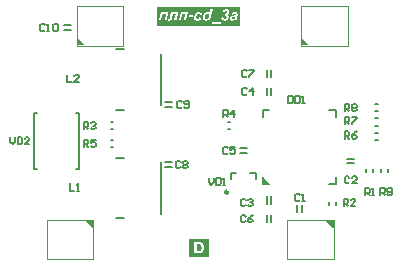
<source format=gto>
G04*
G04 #@! TF.GenerationSoftware,Altium Limited,Altium Designer,20.1.8 (145)*
G04*
G04 Layer_Color=16777215*
%FSTAX43Y43*%
%MOMM*%
G71*
G04*
G04 #@! TF.SameCoordinates,1A71404B-DE1A-40CA-A37D-A03955D0C46C*
G04*
G04*
G04 #@! TF.FilePolarity,Positive*
G04*
G01*
G75*
%ADD10C,0.250*%
%ADD11C,0.150*%
%ADD12C,0.200*%
%ADD13C,0.100*%
G36*
X0087633Y0094167D02*
Y0093496D01*
X0087604D01*
X0086932Y0094169D01*
X0087632D01*
X0087633Y0094167D01*
D02*
G37*
G36*
X0086912Y0108969D02*
X0086212D01*
X008621Y010897D01*
Y0109641D01*
X0086239D01*
X0086912Y0108969D01*
D02*
G37*
G36*
X0102508Y0097261D02*
X0101958D01*
Y0097811D01*
X0102508Y0097261D01*
D02*
G37*
G36*
X0107968Y0094167D02*
Y0093496D01*
X0107939D01*
X0107267Y0094169D01*
X0107967D01*
X0107968Y0094167D01*
D02*
G37*
G36*
X0105912Y0108969D02*
X0105212D01*
X010521Y010897D01*
Y0109641D01*
X0105239D01*
X0105912Y0108969D01*
D02*
G37*
G36*
X0097462Y0091069D02*
X0095712D01*
Y0092594D01*
X0097462D01*
Y0091069D01*
D02*
G37*
G36*
X0100053Y0110604D02*
X0093012D01*
Y0112234D01*
X0100053D01*
Y0110604D01*
D02*
G37*
%LPC*%
G36*
X0096568Y0092311D02*
X0096185D01*
Y0091351D01*
X0096549D01*
X0096586Y0091353D01*
X0096621Y0091354D01*
X009665Y0091357D01*
X0096673Y0091361D01*
X0096693Y0091365D01*
X0096708Y0091368D01*
X0096712Y0091369D01*
X0096716D01*
X0096718Y0091371D01*
X0096719D01*
X009675Y0091382D01*
X0096777Y0091394D01*
X00968Y0091407D01*
X0096819Y0091419D01*
X0096834Y0091431D01*
X0096845Y0091439D01*
X0096852Y0091444D01*
X0096855Y0091447D01*
X0096879Y0091474D01*
X00969Y0091501D01*
X0096918Y009153D01*
X0096931Y0091557D01*
X0096943Y0091582D01*
X0096948Y0091591D01*
X0096951Y00916D01*
X0096954Y0091608D01*
X0096956Y0091614D01*
X0096958Y0091616D01*
Y0091618D01*
X0096967Y0091651D01*
X0096976Y0091686D01*
X0096981Y0091719D01*
X0096984Y0091751D01*
X0096986Y0091766D01*
X0096987Y009178D01*
Y0091791D01*
X0096988Y0091802D01*
Y0091822D01*
X0096987Y009187D01*
X0096983Y0091913D01*
X0096981Y0091934D01*
X0096979Y0091952D01*
X0096976Y009197D01*
X0096973Y0091985D01*
X0096969Y0091999D01*
X0096966Y0092012D01*
X0096963Y0092023D01*
X0096962Y0092031D01*
X0096959Y0092038D01*
X0096958Y0092043D01*
X0096956Y0092046D01*
Y0092048D01*
X0096944Y0092081D01*
X0096929Y0092111D01*
X0096913Y0092138D01*
X0096898Y009216D01*
X0096886Y0092178D01*
X0096875Y0092192D01*
X0096868Y00922D01*
X0096866Y0092203D01*
X0096865D01*
X0096841Y0092225D01*
X0096818Y0092243D01*
X0096793Y0092258D01*
X0096771Y0092271D01*
X0096751Y0092281D01*
X0096734Y0092288D01*
X0096729Y0092289D01*
X0096725Y009229D01*
X0096722Y0092292D01*
X0096721D01*
X0096694Y0092299D01*
X0096665Y0092303D01*
X0096635Y0092307D01*
X0096606Y0092308D01*
X0096579Y009231D01*
X0096568Y0092311D01*
D02*
G37*
%LPD*%
G36*
X0096524Y0092147D02*
X009654D01*
X0096554Y0092146D01*
X0096567D01*
X0096579Y0092145D01*
X0096589D01*
X0096604Y0092142D01*
X0096615Y0092141D01*
X0096622Y0092139D01*
X0096624D01*
X0096643Y0092134D01*
X009666Y0092127D01*
X0096675Y009212D01*
X0096689Y0092111D01*
X0096698Y0092105D01*
X0096707Y0092099D01*
X0096711Y0092095D01*
X0096712Y0092093D01*
X0096725Y009208D01*
X0096736Y0092064D01*
X0096746Y0092049D01*
X0096754Y0092035D01*
X0096759Y0092021D01*
X0096764Y009201D01*
X0096766Y0092003D01*
X0096768Y0092002D01*
Y0092001D01*
X0096775Y0091976D01*
X009678Y0091949D01*
X0096783Y009192D01*
X0096786Y0091892D01*
X0096787Y0091869D01*
X0096789Y0091858D01*
Y0091848D01*
Y0091841D01*
Y0091835D01*
Y0091831D01*
Y009183D01*
X0096787Y0091791D01*
X0096786Y0091755D01*
X0096782Y0091726D01*
X0096779Y0091701D01*
X0096775Y009168D01*
X0096773Y0091672D01*
X0096771Y0091666D01*
X0096769Y0091661D01*
Y0091657D01*
X0096768Y0091655D01*
Y0091654D01*
X0096759Y0091632D01*
X0096753Y0091612D01*
X0096743Y0091597D01*
X0096736Y0091584D01*
X0096729Y0091575D01*
X0096723Y0091568D01*
X0096719Y0091564D01*
X0096718Y0091562D01*
X0096705Y0091553D01*
X0096693Y0091544D01*
X009668Y0091537D01*
X0096668Y0091532D01*
X0096657Y0091528D01*
X0096649Y0091525D01*
X0096643Y0091522D01*
X009664D01*
X0096625Y0091519D01*
X0096607Y0091518D01*
X0096587Y0091515D01*
X0096568D01*
X009655Y0091514D01*
X0096379D01*
Y0092149D01*
X0096506D01*
X0096524Y0092147D01*
D02*
G37*
%LPC*%
G36*
X0097733Y0112029D02*
X0097547D01*
X0097468Y0111668D01*
X0097454Y0111687D01*
X0097439Y0111705D01*
X0097422Y0111721D01*
X0097404Y0111733D01*
X0097388Y0111744D01*
X009737Y0111753D01*
X0097352Y0111761D01*
X0097335Y0111766D01*
X0097318Y0111771D01*
X0097303Y0111775D01*
X0097289Y0111777D01*
X0097278Y0111779D01*
X0097268D01*
X0097261Y011178D01*
X0097254D01*
X0097225Y0111779D01*
X0097199Y0111775D01*
X0097173Y0111768D01*
X0097149Y0111759D01*
X0097127Y0111748D01*
X0097106Y0111737D01*
X0097087Y0111725D01*
X009707Y0111712D01*
X0097055Y01117D01*
X0097041Y0111687D01*
X0097028Y0111676D01*
X009702Y0111665D01*
X0097012Y0111657D01*
X0097006Y011165D01*
X0097003Y0111646D01*
X0097002Y0111644D01*
X0096985Y0111619D01*
X009697Y0111593D01*
X0096958Y0111567D01*
X0096947Y011154D01*
X0096937Y0111514D01*
X009693Y0111489D01*
X0096923Y0111465D01*
X0096919Y0111443D01*
X0096915Y0111421D01*
X0096912Y0111402D01*
X0096909Y0111385D01*
X0096908Y011137D01*
X0096906Y0111359D01*
D01*
Y0111342D01*
X0096908Y0111316D01*
X0096909Y0111291D01*
X0096912Y0111269D01*
X0096917Y0111248D01*
X0096922Y0111228D01*
X0096927Y011121D01*
X0096934Y0111194D01*
X009694Y011118D01*
X0096947Y0111166D01*
X0096952Y0111155D01*
X0096958Y0111145D01*
X0096963Y0111138D01*
X0096967Y0111133D01*
X009697Y0111128D01*
X0096972Y0111126D01*
X0096973Y0111124D01*
X0096985Y0111112D01*
X0096999Y0111101D01*
X0097013Y011109D01*
X0097028Y0111081D01*
X0097058Y0111069D01*
X0097085Y011106D01*
X009711Y0111055D01*
X009712Y0111054D01*
X009713Y0111052D01*
X0097138Y0111051D01*
X0096906D01*
D01*
X0097541D01*
X0097148D01*
X009717Y0111052D01*
X0097192Y0111054D01*
X009721Y0111058D01*
X0097227Y0111062D01*
X0097241Y0111065D01*
X0097252Y0111069D01*
X0097257Y011107D01*
X009726Y0111072D01*
X0097279Y0111081D01*
X0097297Y0111091D01*
X0097314Y0111103D01*
X0097329Y0111115D01*
X0097342Y0111126D01*
X0097353Y0111134D01*
X0097358Y011114D01*
X0097361Y0111142D01*
X0097346Y0111069D01*
X0097522D01*
X0097733Y0112029D01*
D02*
G37*
G36*
X0096571Y011178D02*
X0096558D01*
X0096517Y0111777D01*
X0096478Y0111771D01*
X0096443Y0111762D01*
X0096413Y0111751D01*
X0096399Y0111746D01*
X0096386Y011174D01*
X0096377Y0111736D01*
X0096367Y0111732D01*
X009636Y0111728D01*
X0096354Y0111725D01*
X0096352Y0111723D01*
X009635Y0111722D01*
X0096317Y0111698D01*
X0096288Y0111672D01*
X0096264Y0111646D01*
X0096245Y0111621D01*
X0096228Y0111597D01*
X0096223Y0111587D01*
X0096217Y0111579D01*
X0096214Y0111572D01*
X0096212Y0111567D01*
X0096209Y0111564D01*
Y0111563D01*
X0096194Y0111524D01*
X0096181Y0111486D01*
X0096173Y011145D01*
X0096167Y0111417D01*
X0096166Y0111402D01*
X0096164Y0111389D01*
X0096163Y0111377D01*
Y0111367D01*
X0096162Y0111359D01*
D01*
D01*
Y0111051D01*
Y0111348D01*
X0096163Y0111323D01*
X0096164Y0111299D01*
X0096169Y0111275D01*
X0096174Y0111255D01*
X009618Y0111235D01*
X0096187Y0111217D01*
X0096194Y0111202D01*
X00962Y0111187D01*
X0096207Y0111174D01*
X0096214Y0111162D01*
X0096221Y0111152D01*
X0096227Y0111145D01*
X0096232Y0111138D01*
X0096237Y0111134D01*
X0096238Y0111131D01*
X0096239Y011113D01*
X0096255Y0111116D01*
X0096271Y0111103D01*
X0096288Y0111094D01*
X0096304Y0111084D01*
X0096322Y0111077D01*
X0096341Y011107D01*
X0096374Y011106D01*
X0096389Y0111058D01*
X0096404Y0111055D01*
X0096417Y0111054D01*
X0096428Y0111052D01*
X0096438Y0111051D01*
X0096162D01*
X009645D01*
X0096472Y0111052D01*
X0096493Y0111054D01*
X0096532Y011106D01*
X0096567Y011107D01*
X0096597Y0111083D01*
X009661Y0111088D01*
X0096621Y0111094D01*
X0096632Y0111099D01*
X009664Y0111103D01*
X0096647Y0111108D01*
X0096651Y011111D01*
X0096654Y0111113D01*
X0096655D01*
X0096687Y011114D01*
X0096714Y0111169D01*
X0096737Y0111199D01*
X0096757Y011123D01*
X009677Y0111256D01*
X0096776Y0111267D01*
X0096782Y0111278D01*
X0096786Y0111287D01*
X0096787Y0111292D01*
X009679Y0111296D01*
Y0111298D01*
X0096607Y0111328D01*
X0096597Y0111305D01*
X0096586Y0111285D01*
X0096575Y0111269D01*
X0096565Y0111255D01*
X0096555Y0111244D01*
X0096547Y0111237D01*
X0096542Y0111231D01*
X009654Y011123D01*
X0096525Y0111219D01*
X009651Y0111212D01*
X0096494Y0111206D01*
X0096482Y0111202D01*
X0096471Y0111199D01*
X0096463Y0111198D01*
X0096454D01*
X0096438Y0111199D01*
X0096424Y0111203D01*
X009641Y0111209D01*
X0096399Y0111214D01*
X009639Y011122D01*
X0096383Y0111226D01*
X0096379Y011123D01*
X0096378Y0111231D01*
X0096368Y0111245D01*
X0096361Y011126D01*
X0096356Y0111275D01*
X0096353Y0111291D01*
X009635Y0111305D01*
X0096349Y0111316D01*
Y0111323D01*
Y0111325D01*
X009635Y0111353D01*
X0096353Y0111379D01*
X0096357Y0111406D01*
X0096361Y0111429D01*
X0096365Y0111449D01*
X009637Y0111464D01*
X0096371Y011147D01*
X0096372Y0111474D01*
X0096374Y0111477D01*
Y0111478D01*
X0096383Y0111507D01*
X0096396Y0111532D01*
X0096407Y0111553D01*
X009642Y0111569D01*
X0096429Y0111583D01*
X0096438Y0111593D01*
X0096445Y0111599D01*
X0096446Y01116D01*
X0096464Y0111614D01*
X0096482Y0111624D01*
X0096499Y0111632D01*
X0096514Y0111636D01*
X0096528Y0111639D01*
X0096537Y0111642D01*
X0096547D01*
X0096564Y011164D01*
X0096579Y0111637D01*
X0096592Y0111632D01*
X0096603Y0111628D01*
X0096612Y0111622D01*
X0096618Y0111617D01*
X0096622Y0111614D01*
X0096623Y0111612D01*
X0096633Y0111601D01*
X0096641Y0111587D01*
X0096647Y0111574D01*
X0096653Y011156D01*
X0096655Y0111546D01*
X0096658Y0111536D01*
X0096659Y0111529D01*
Y0111526D01*
X0096838Y0111544D01*
X0096836Y0111564D01*
X0096831Y0111582D01*
X0096822Y0111615D01*
X0096808Y0111644D01*
X0096793Y0111669D01*
X0096779Y0111689D01*
X0096766Y0111704D01*
X0096762Y0111708D01*
X0096758Y0111712D01*
X0096757Y0111714D01*
X0096755Y0111715D01*
X0096741Y0111726D01*
X0096726Y0111737D01*
X0096693Y0111753D01*
X0096661Y0111765D01*
X0096629Y0111772D01*
X0096601Y0111777D01*
X0096589Y0111779D01*
X0096579D01*
X0096571Y011178D01*
D02*
G37*
G36*
X0096089Y0111506D02*
X0095725D01*
X0095689Y0111324D01*
D01*
X0096089D01*
D01*
X0096053D01*
X0096089Y0111506D01*
D02*
G37*
G36*
X0098887Y0112034D02*
X0098461D01*
X0098874D01*
X0098851Y0112033D01*
X0098828Y011203D01*
X0098806Y0112026D01*
X0098786Y011202D01*
X0098748Y0112006D01*
X0098733Y0111999D01*
X0098718Y0111991D01*
X0098704Y0111983D01*
X0098691Y0111976D01*
X0098682Y0111967D01*
X0098672Y0111962D01*
X0098666Y0111956D01*
X0098661Y0111952D01*
X0098658Y0111949D01*
X0098657Y0111948D01*
X0098636Y0111924D01*
X0098618Y0111898D01*
X0098602Y0111872D01*
X009859Y0111845D01*
X009858Y0111822D01*
X0098576Y0111812D01*
X0098572Y0111804D01*
X0098569Y0111796D01*
X0098568Y011179D01*
X0098566Y0111787D01*
Y0111786D01*
X0098738Y0111753D01*
X0098745Y0111777D01*
X0098754Y0111798D01*
X0098762Y0111816D01*
X009877Y011183D01*
X0098777Y011184D01*
X0098783Y0111848D01*
X0098787Y0111852D01*
X0098788Y0111854D01*
X0098801Y0111863D01*
X0098813Y0111872D01*
X0098826Y0111877D01*
X0098837Y011188D01*
X0098847Y0111883D01*
X0098853Y0111884D01*
X009886D01*
X0098876Y0111883D01*
X009889Y011188D01*
X0098901Y0111876D01*
X0098912Y011187D01*
X0098919Y0111865D01*
X0098926Y0111861D01*
X0098928Y0111858D01*
X009893Y0111857D01*
X0098939Y0111845D01*
X0098946Y0111833D01*
X0098951Y011182D01*
X0098955Y0111809D01*
X0098956Y0111798D01*
X0098957Y011179D01*
Y0111784D01*
Y0111782D01*
X0098956Y0111758D01*
X0098952Y0111737D01*
X0098945Y0111719D01*
X0098938Y0111704D01*
X009893Y0111691D01*
X0098924Y0111683D01*
X0098919Y0111678D01*
X0098917Y0111676D01*
X0098901Y0111664D01*
X0098883Y0111654D01*
X0098865Y0111648D01*
X0098847Y0111643D01*
X009883Y011164D01*
X0098816Y0111639D01*
X0098784D01*
X0098752Y0111483D01*
X0098763Y0111485D01*
X0098773Y0111486D01*
X0098781D01*
X0098802Y0111485D01*
X009882Y0111481D01*
X0098837Y0111475D01*
X0098849Y011147D01*
X009886Y0111463D01*
X0098867Y0111457D01*
X0098873Y0111453D01*
X0098874Y0111452D01*
X0098885Y0111438D01*
X0098894Y0111422D01*
X0098901Y0111407D01*
X0098905Y0111392D01*
X0098908Y0111378D01*
X0098909Y0111367D01*
Y011136D01*
Y0111359D01*
Y0111357D01*
X0098908Y0111334D01*
X0098902Y0111312D01*
X0098895Y0111292D01*
X0098888Y0111277D01*
X009888Y0111263D01*
X0098873Y0111255D01*
X0098867Y0111248D01*
X0098866Y0111246D01*
X0098849Y0111232D01*
X0098831Y0111221D01*
X0098813Y0111214D01*
X0098797Y0111209D01*
X0098781Y0111206D01*
X009877Y0111205D01*
X0098762Y0111203D01*
X0098759D01*
X0098743Y0111205D01*
X0098727Y0111207D01*
X0098713Y0111213D01*
X0098702Y0111219D01*
X0098694Y0111223D01*
X0098687Y0111228D01*
X0098683Y0111231D01*
X0098682Y0111232D01*
X0098672Y0111245D01*
X0098663Y0111262D01*
X0098657Y011128D01*
X0098651Y0111296D01*
X0098647Y0111313D01*
X0098644Y0111327D01*
X0098643Y0111332D01*
X0098641Y0111336D01*
Y0111338D01*
Y0111339D01*
X0098461Y0111317D01*
X0098465Y0111293D01*
X0098469Y0111273D01*
X0098476Y0111252D01*
X0098483Y0111232D01*
X009849Y0111214D01*
X0098498Y0111199D01*
X0098507Y0111184D01*
X0098515Y0111171D01*
X0098523Y0111159D01*
X009853Y0111149D01*
X0098537Y011114D01*
X0098544Y0111133D01*
X009855Y0111127D01*
X0098554Y0111123D01*
X0098555Y0111121D01*
X0098557Y011112D01*
X0098572Y0111108D01*
X0098589Y0111098D01*
X0098605Y0111088D01*
X0098622Y011108D01*
X0098655Y0111067D01*
X0098687Y0111059D01*
X0098701Y0111056D01*
X0098715Y0111055D01*
X0098727Y0111054D01*
X0098737Y0111052D01*
X0098747Y0111051D01*
X0098461D01*
D01*
X0099145D01*
D01*
X0098758D01*
X0098787Y0111052D01*
X0098816Y0111056D01*
X0098842Y0111062D01*
X0098867Y011107D01*
X0098891Y0111079D01*
X0098913Y011109D01*
X0098933Y0111101D01*
X0098951Y0111112D01*
X0098967Y0111123D01*
X0098981Y0111134D01*
X0098994Y0111145D01*
X0099005Y0111153D01*
X0099012Y0111162D01*
X0099019Y0111167D01*
X0099021Y0111171D01*
X0099023Y0111173D01*
X0099037Y0111189D01*
X0099048Y0111206D01*
X0099059Y0111224D01*
X0099067Y0111241D01*
X0099081Y0111274D01*
X0099089Y0111305D01*
X0099092Y0111317D01*
X0099095Y011133D01*
X0099096Y0111341D01*
X0099098Y011135D01*
X0099099Y0111359D01*
Y0111364D01*
Y0111367D01*
Y0111368D01*
X0099098Y0111389D01*
X0099095Y0111409D01*
X0099089Y0111427D01*
X0099085Y0111443D01*
X009908Y0111456D01*
X0099074Y0111467D01*
X0099071Y0111472D01*
X009907Y0111475D01*
X0099057Y0111493D01*
X0099043Y011151D01*
X0099028Y0111524D01*
X0099014Y0111536D01*
X0099Y0111546D01*
X0098989Y0111553D01*
X0098982Y0111557D01*
X0098981Y0111558D01*
X009898D01*
X0099007Y0111571D01*
X0099031Y0111583D01*
X0099052Y0111599D01*
X0099068Y0111614D01*
X0099082Y0111626D01*
X0099092Y0111637D01*
X0099099Y0111644D01*
X00991Y0111647D01*
X0099116Y0111671D01*
X0099127Y0111694D01*
X0099134Y0111716D01*
X0099139Y0111739D01*
X0099142Y0111757D01*
X0099145Y0111771D01*
Y0111783D01*
X0099143Y0111802D01*
X0099142Y011182D01*
X0099134Y0111854D01*
X0099123Y0111884D01*
X009911Y0111909D01*
X0099098Y011193D01*
X0099092Y0111938D01*
X0099086Y0111947D01*
X0099082Y0111952D01*
X0099078Y0111956D01*
X0099077Y0111958D01*
X0099075Y0111959D01*
X0099061Y0111973D01*
X0099046Y0111984D01*
X0099031Y0111994D01*
X0099014Y0112002D01*
X0098981Y0112016D01*
X0098949Y0112024D01*
X009892Y011203D01*
X0098908Y0112031D01*
X0098896Y0112033D01*
X0098887Y0112034D01*
D02*
G37*
G36*
X0095644Y0111765D02*
X0095012D01*
X0094866Y0111069D01*
D01*
X0095291D01*
X0095052D01*
X0095167Y0111618D01*
X0095425D01*
X0095311Y0111069D01*
X0095497D01*
X0095644Y0111765D01*
D02*
G37*
G36*
X0094829D02*
X0094234D01*
X0094152Y0111377D01*
X0094148Y0111359D01*
X0094144Y0111343D01*
X0094141Y0111328D01*
X0094137Y0111316D01*
X009413Y0111293D01*
X0094124Y0111275D01*
X0094119Y0111263D01*
X0094115Y0111255D01*
X0094113Y0111249D01*
X0094112Y0111248D01*
X0094104Y0111238D01*
X0094092Y011123D01*
X0094081Y0111224D01*
X009407Y0111221D01*
X0094061Y0111219D01*
X0094052Y0111217D01*
X0094044D01*
X009402Y0111219D01*
X0094009Y011122D01*
X0093998Y0111221D01*
X009399Y0111223D01*
X0093983Y0111224D01*
D01*
X0093977Y0111226D01*
X0093976D01*
X0093952Y0111098D01*
X0093947Y0111069D01*
X0093973Y0111063D01*
X0093995Y011106D01*
X0094016Y0111058D01*
X0094034Y0111055D01*
X0094048D01*
X0094058Y0111054D01*
X0093947D01*
D01*
X0094829D01*
D01*
X0094066D01*
X0094101Y0111055D01*
X0094131Y011106D01*
X0094158Y0111067D01*
X009418Y0111077D01*
X0094196Y0111085D01*
X0094209Y0111092D01*
X0094216Y0111098D01*
X0094219Y0111099D01*
X0094228Y0111109D01*
X0094238Y0111119D01*
X0094255Y0111142D01*
X0094267Y0111167D01*
X0094278Y0111192D01*
X0094287Y0111214D01*
X0094289Y0111224D01*
X0094292Y0111234D01*
X0094294Y0111241D01*
X0094295Y0111246D01*
X0094296Y0111249D01*
Y011125D01*
X0094374Y0111618D01*
X009461D01*
X0094496Y0111069D01*
X0094682D01*
X0094829Y0111765D01*
D02*
G37*
G36*
X009399D02*
X0093212D01*
X0093357D01*
X0093212Y0111069D01*
X0093498D01*
X0093398D01*
X0093513Y0111618D01*
X0093771D01*
X0093657Y0111069D01*
X0093843D01*
X009399Y0111765D01*
D02*
G37*
G36*
X0099602Y011178D02*
X009959D01*
X0099544Y0111777D01*
X0099503Y0111772D01*
X0099484Y0111768D01*
X0099468Y0111764D01*
X0099451Y0111759D01*
X0099437Y0111754D01*
X0099425Y0111748D01*
X0099414Y0111744D01*
X0099404Y011174D01*
X0099396Y0111736D01*
X009939Y0111733D01*
X0099386Y011173D01*
X0099383Y0111728D01*
X0099382D01*
X0099355Y0111707D01*
X0099332Y0111683D01*
X0099314Y0111658D01*
X0099299Y0111636D01*
X0099288Y0111615D01*
X0099279Y0111599D01*
X0099276Y0111592D01*
X0099275Y0111587D01*
X0099274Y0111585D01*
Y0111583D01*
X0099457Y0111568D01*
X0099461Y0111581D01*
X0099466Y0111592D01*
X0099473Y0111601D01*
X009948Y011161D01*
X0099486Y0111617D01*
X0099491Y0111621D01*
X0099494Y0111624D01*
X0099496Y0111625D01*
X0099508Y0111632D01*
X0099521Y0111637D01*
X0099534Y011164D01*
X0099547Y0111643D01*
X0099558Y0111644D01*
X0099568Y0111646D01*
X0099576D01*
X0099593Y0111644D01*
X0099608Y0111643D01*
X0099619Y0111639D01*
X009963Y0111636D01*
X0099638Y0111632D01*
X0099644Y0111628D01*
X0099647Y0111626D01*
X0099648Y0111625D01*
X0099656Y0111617D01*
X0099662Y0111608D01*
X0099668Y01116D01*
X009967Y0111592D01*
X0099672Y0111585D01*
X0099673Y0111581D01*
Y0111576D01*
Y0111575D01*
Y0111565D01*
X0099672Y0111556D01*
X0099668Y0111535D01*
X0099665Y0111526D01*
X0099662Y011152D01*
X0099661Y0111514D01*
Y0111513D01*
X0099651Y011151D01*
X009964Y0111507D01*
X0099627Y0111504D01*
X0099613Y0111502D01*
X0099584Y0111496D01*
X0099554Y0111493D01*
X0099526Y0111489D01*
X0099514Y0111488D01*
X0099504Y0111486D01*
X0099494D01*
X0099487Y0111485D01*
X0099482D01*
X0099453Y0111482D01*
X0099426Y0111478D01*
X0099403Y0111474D01*
X009938Y0111468D01*
X009936Y0111463D01*
X0099342Y0111457D01*
X0099325Y011145D01*
X0099311Y0111445D01*
X0099299Y0111438D01*
X0099288Y0111432D01*
X0099279Y0111427D01*
X0099272Y0111422D01*
X0099267Y0111418D01*
X0099263Y0111416D01*
X0099261Y0111414D01*
X009926Y0111413D01*
X0099249Y0111402D01*
X009924Y0111389D01*
X0099225Y0111363D01*
X0099214Y0111336D01*
X0099207Y011131D01*
X0099202Y0111288D01*
X00992Y0111278D01*
Y011127D01*
X0099199Y0111263D01*
Y0111253D01*
X0099202Y0111221D01*
X0099207Y0111192D01*
X0099217Y0111167D01*
X0099227Y0111146D01*
X0099236Y0111128D01*
X0099246Y0111116D01*
X0099251Y0111109D01*
X0099254Y0111106D01*
X0099276Y0111088D01*
X00993Y0111074D01*
X0099325Y0111065D01*
X0099347Y0111058D01*
X0099367Y0111054D01*
X0099383Y0111052D01*
X0099389Y0111051D01*
X0099199D01*
D01*
X0099853D01*
Y0111608D01*
X0099851Y0111622D01*
X0099844Y0111647D01*
X0099833Y0111669D01*
X0099821Y0111689D01*
X0099809Y0111705D01*
X0099798Y0111716D01*
X0099791Y0111723D01*
X009979Y0111726D01*
X0099788D01*
X0099776Y0111736D01*
X0099762Y0111744D01*
X009973Y0111758D01*
X0099698Y0111768D01*
X0099665Y0111773D01*
X0099636Y0111777D01*
X0099623Y0111779D01*
X0099612D01*
X0099602Y011178D01*
D02*
G37*
G36*
X00984Y0111069D02*
Y0110923D01*
X0097634D01*
Y0111051D01*
Y0110804D01*
X00984D01*
Y0111069D01*
D02*
G37*
%LPD*%
G36*
X0097299Y011164D02*
X0097317Y0111635D01*
X0097333Y0111626D01*
X0097347Y0111618D01*
X0097358Y011161D01*
X0097367Y0111601D01*
X0097372Y0111596D01*
X0097374Y0111594D01*
X0097388Y0111575D01*
X0097397Y0111556D01*
X0097406Y0111535D01*
X009741Y0111515D01*
X0097413Y0111499D01*
X0097415Y0111485D01*
Y0111479D01*
Y0111475D01*
Y0111474D01*
Y0111472D01*
X0097414Y0111447D01*
X0097411Y0111422D01*
X0097407Y0111399D01*
X0097403Y0111378D01*
X0097397Y011136D01*
X0097393Y0111346D01*
X0097392Y0111341D01*
X009739Y0111336D01*
X0097389Y0111335D01*
Y0111334D01*
X0097378Y0111309D01*
X0097367Y0111287D01*
X0097354Y0111269D01*
X0097343Y0111253D01*
X0097332Y0111242D01*
X0097324Y0111234D01*
X0097318Y0111228D01*
X0097317Y0111227D01*
X00973Y0111216D01*
X0097284Y0111207D01*
X0097267Y0111201D01*
X0097253Y0111196D01*
X0097239Y0111194D01*
X0097229Y0111192D01*
X0097221D01*
X0097202Y0111194D01*
X0097184Y0111199D01*
X0097167Y0111206D01*
X0097153Y0111213D01*
X0097142Y0111221D01*
X0097134Y0111227D01*
X0097128Y0111232D01*
X0097127Y0111234D01*
X0097114Y011125D01*
X0097105Y011127D01*
X0097099Y0111289D01*
X0097094Y0111307D01*
X0097091Y0111324D01*
X0097089Y0111338D01*
Y0111343D01*
Y0111348D01*
Y0111349D01*
Y011135D01*
X0097092Y0111389D01*
X0097098Y0111427D01*
X0097106Y011146D01*
X0097116Y0111489D01*
X0097121Y0111503D01*
X0097125Y0111514D01*
X009713Y0111524D01*
X0097134Y0111533D01*
X0097138Y0111539D01*
X0097139Y0111544D01*
X0097142Y0111547D01*
Y0111549D01*
X0097153Y0111565D01*
X0097163Y0111579D01*
X0097175Y0111592D01*
X0097186Y0111603D01*
X0097198Y0111611D01*
X0097209Y0111619D01*
X0097231Y011163D01*
X009725Y0111636D01*
X0097266Y011164D01*
X0097271Y0111642D01*
X0097279D01*
X0097299Y011164D01*
D02*
G37*
G36*
X009963Y0111367D02*
X0099625Y0111343D01*
X0099619Y0111323D01*
X0099613Y0111305D01*
X0099608Y0111291D01*
X0099604Y011128D01*
X00996Y0111273D01*
X0099598Y0111267D01*
X0099597Y0111266D01*
X009959Y0111253D01*
X009958Y0111244D01*
X009957Y0111234D01*
X0099562Y0111227D01*
X0099554Y011122D01*
X0099547Y0111216D01*
X0099541Y0111213D01*
X009954Y0111212D01*
X0099526Y0111205D01*
X0099512Y0111201D01*
X0099498Y0111196D01*
X0099486Y0111195D01*
X0099476Y0111194D01*
X0099468Y0111192D01*
X0099461D01*
X0099447Y0111194D01*
X0099435Y0111196D01*
X0099423Y0111199D01*
X0099415Y0111203D01*
X0099408Y0111207D01*
X0099403Y0111212D01*
X00994Y0111213D01*
X0099398Y0111214D01*
X009939Y0111223D01*
X0099385Y0111232D01*
X009938Y0111242D01*
X0099378Y011125D01*
X0099376Y0111259D01*
X0099375Y0111264D01*
Y0111269D01*
Y011127D01*
X0099376Y0111284D01*
X0099379Y0111296D01*
X0099385Y0111307D01*
X009939Y0111317D01*
X0099396Y0111324D01*
X0099401Y011133D01*
X0099404Y0111332D01*
X0099405Y0111334D01*
X0099415Y0111339D01*
X0099426Y0111345D01*
X0099439Y011135D01*
X0099453Y0111356D01*
X0099483Y0111364D01*
X0099514Y0111371D01*
X0099543Y0111377D01*
X0099555Y0111379D01*
X0099568Y0111381D01*
X0099576Y0111382D01*
X0099584D01*
X0099588Y0111384D01*
X009959D01*
X0099609Y0111386D01*
X0099623Y0111391D01*
X0099629Y0111392D01*
X0099633D01*
X0099634Y0111393D01*
X0099636D01*
X009963Y0111367D01*
D02*
G37*
G36*
X0099853Y0111051D02*
X0099397D01*
X0099418Y0111052D01*
X0099437Y0111055D01*
X0099455Y0111059D01*
X0099472Y0111063D01*
X0099486Y0111067D01*
X0099496Y0111072D01*
X0099503Y0111074D01*
X0099505Y0111076D01*
X0099525Y0111085D01*
X0099543Y0111098D01*
X0099559Y0111109D01*
X0099573Y011112D01*
X0099584Y0111131D01*
X0099594Y011114D01*
X00996Y0111145D01*
X0099601Y0111146D01*
X0099604Y0111117D01*
X0099607Y0111105D01*
X0099608Y0111092D01*
X0099611Y0111083D01*
X0099613Y0111076D01*
X0099615Y011107D01*
Y0111069D01*
X0099797D01*
X0099791Y0111088D01*
X0099788Y0111108D01*
X0099785Y0111124D01*
X0099783Y0111138D01*
Y0111151D01*
X0099781Y0111159D01*
Y0111166D01*
Y0111167D01*
Y0111177D01*
X0099783Y0111189D01*
X0099785Y0111216D01*
X009979Y0111244D01*
X0099795Y0111273D01*
X0099799Y0111299D01*
X0099802Y011131D01*
X0099803Y0111321D01*
X0099805Y011133D01*
X0099806Y0111335D01*
X0099808Y0111339D01*
Y0111341D01*
X0099813Y0111367D01*
X0099819Y0111392D01*
X0099824Y0111414D01*
X0099828Y0111434D01*
X0099831Y011145D01*
X0099834Y0111465D01*
X0099837Y0111479D01*
X009984Y011149D01*
X0099841Y01115D01*
X0099844Y0111507D01*
Y0111514D01*
X0099845Y0111518D01*
X0099846Y0111525D01*
Y0111526D01*
X0099851Y0111553D01*
X0099852Y0111564D01*
Y0111574D01*
X0099853Y0111582D01*
Y0111051D01*
D02*
G37*
D10*
X0099037Y0096519D02*
G03*
X0099037Y0096519I-0000125J0D01*
G01*
D11*
X0109112Y0099369D02*
X0109712D01*
X0109112Y0098969D02*
X0109712D01*
X0102312Y0106269D02*
Y0106869D01*
X0102712Y0106269D02*
Y0106869D01*
X0102312Y0104769D02*
Y0105369D01*
X0102712Y0104769D02*
Y0105369D01*
X0102312Y0093969D02*
Y0094569D01*
X0102712Y0093969D02*
Y0094569D01*
X0102312Y0095569D02*
Y0096169D01*
X0102712Y0095569D02*
Y0096169D01*
X0085112Y0110669D02*
X0085712D01*
X0085112Y0110269D02*
X0085712D01*
X0100912Y0098144D02*
X0101362D01*
Y0097644D02*
Y0098144D01*
X0099262D02*
X0099712D01*
X0099262Y0097644D02*
Y0098144D01*
X0100012Y0100269D02*
X0100612D01*
X0100012Y0099869D02*
X0100612D01*
X0105312Y0094869D02*
Y0095469D01*
X0104912Y0094869D02*
Y0095469D01*
X0101958Y0097261D02*
X0102508D01*
X0101958Y0102911D02*
Y0103461D01*
X0102508D01*
X0107608D02*
X0108158D01*
Y0102911D02*
Y0103461D01*
Y0097261D02*
Y0097811D01*
X0107608Y0097261D02*
X0108158D01*
X0101958D02*
Y0097811D01*
X0093362Y0103869D02*
Y0108269D01*
X0089562Y0108619D02*
X0090262D01*
X0089562Y0103519D02*
X0090262D01*
X0093362Y0094669D02*
Y0099069D01*
X0089562Y0099419D02*
X0090262D01*
X0089562Y0094319D02*
X0090262D01*
X0093712Y0103769D02*
X0094312D01*
X0093712Y0104169D02*
X0094312D01*
X0093712Y0099069D02*
X0094312D01*
X0093712Y0098669D02*
X0094312D01*
X0104112Y0104669D02*
Y0104069D01*
X0104412D01*
X0104512Y0104169D01*
Y0104569D01*
X0104412Y0104669D01*
X0104112D01*
X0104712D02*
Y0104069D01*
X0105012D01*
X0105111Y0104169D01*
Y0104569D01*
X0105012Y0104669D01*
X0104712D01*
X0105311Y0104069D02*
X0105511D01*
X0105411D01*
Y0104669D01*
X0105311Y0104569D01*
X0111912Y0096269D02*
Y0096869D01*
X0112212D01*
X0112312Y0096769D01*
Y0096569D01*
X0112212Y0096469D01*
X0111912D01*
X0112112D02*
X0112312Y0096269D01*
X0112512Y0096369D02*
X0112612Y0096269D01*
X0112812D01*
X0112911Y0096369D01*
Y0096769D01*
X0112812Y0096869D01*
X0112612D01*
X0112512Y0096769D01*
Y0096669D01*
X0112612Y0096569D01*
X0112911D01*
X0105112Y0096269D02*
X0105012Y0096369D01*
X0104812D01*
X0104712Y0096269D01*
Y0095869D01*
X0104812Y0095769D01*
X0105012D01*
X0105112Y0095869D01*
X0105312Y0095769D02*
X0105512D01*
X0105412D01*
Y0096369D01*
X0105312Y0096269D01*
X0109312Y0097769D02*
X0109212Y0097869D01*
X0109012D01*
X0108912Y0097769D01*
Y0097369D01*
X0109012Y0097269D01*
X0109212D01*
X0109312Y0097369D01*
X0109911Y0097269D02*
X0109512D01*
X0109911Y0097669D01*
Y0097769D01*
X0109812Y0097869D01*
X0109612D01*
X0109512Y0097769D01*
X0100512Y0095869D02*
X0100412Y0095969D01*
X0100212D01*
X0100112Y0095869D01*
Y0095469D01*
X0100212Y0095369D01*
X0100412D01*
X0100512Y0095469D01*
X0100712Y0095869D02*
X0100812Y0095969D01*
X0101012D01*
X0101111Y0095869D01*
Y0095769D01*
X0101012Y0095669D01*
X0100912D01*
X0101012D01*
X0101111Y0095569D01*
Y0095469D01*
X0101012Y0095369D01*
X0100812D01*
X0100712Y0095469D01*
X0100612Y0105269D02*
X0100512Y0105369D01*
X0100312D01*
X0100212Y0105269D01*
Y0104869D01*
X0100312Y0104769D01*
X0100512D01*
X0100612Y0104869D01*
X0101112Y0104769D02*
Y0105369D01*
X0100812Y0105069D01*
X0101211D01*
X0099012Y0100269D02*
X0098912Y0100369D01*
X0098712D01*
X0098612Y0100269D01*
Y0099869D01*
X0098712Y0099769D01*
X0098912D01*
X0099012Y0099869D01*
X0099611Y0100369D02*
X0099212D01*
Y0100069D01*
X0099412Y0100169D01*
X0099512D01*
X0099611Y0100069D01*
Y0099869D01*
X0099512Y0099769D01*
X0099312D01*
X0099212Y0099869D01*
X0100512Y0094469D02*
X0100412Y0094569D01*
X0100212D01*
X0100112Y0094469D01*
Y0094069D01*
X0100212Y0093969D01*
X0100412D01*
X0100512Y0094069D01*
X0101111Y0094569D02*
X0100912Y0094469D01*
X0100712Y0094269D01*
Y0094069D01*
X0100812Y0093969D01*
X0101012D01*
X0101111Y0094069D01*
Y0094169D01*
X0101012Y0094269D01*
X0100712D01*
X0100612Y0106769D02*
X0100512Y0106869D01*
X0100312D01*
X0100212Y0106769D01*
Y0106369D01*
X0100312Y0106269D01*
X0100512D01*
X0100612Y0106369D01*
X0100812Y0106869D02*
X0101211D01*
Y0106769D01*
X0100812Y0106369D01*
Y0106269D01*
X0095012Y0099069D02*
X0094912Y0099169D01*
X0094712D01*
X0094612Y0099069D01*
Y0098669D01*
X0094712Y0098569D01*
X0094912D01*
X0095012Y0098669D01*
X0095212Y0099069D02*
X0095312Y0099169D01*
X0095512D01*
X0095611Y0099069D01*
Y0098969D01*
X0095512Y0098869D01*
X0095611Y0098769D01*
Y0098669D01*
X0095512Y0098569D01*
X0095312D01*
X0095212Y0098669D01*
Y0098769D01*
X0095312Y0098869D01*
X0095212Y0098969D01*
Y0099069D01*
X0095312Y0098869D02*
X0095512D01*
X0095112Y0104169D02*
X0095012Y0104269D01*
X0094812D01*
X0094712Y0104169D01*
Y0103769D01*
X0094812Y0103669D01*
X0095012D01*
X0095112Y0103769D01*
X0095312D02*
X0095412Y0103669D01*
X0095612D01*
X0095711Y0103769D01*
Y0104169D01*
X0095612Y0104269D01*
X0095412D01*
X0095312Y0104169D01*
Y0104069D01*
X0095412Y0103969D01*
X0095711D01*
X0083512Y0110669D02*
X0083412Y0110769D01*
X0083212D01*
X0083112Y0110669D01*
Y0110269D01*
X0083212Y0110169D01*
X0083412D01*
X0083512Y0110269D01*
X0083712Y0110169D02*
X0083912D01*
X0083812D01*
Y0110769D01*
X0083712Y0110669D01*
X0084211D02*
X0084311Y0110769D01*
X0084511D01*
X0084611Y0110669D01*
Y0110269D01*
X0084511Y0110169D01*
X0084311D01*
X0084211Y0110269D01*
Y0110669D01*
X0085612Y0097269D02*
Y0096669D01*
X0086012D01*
X0086212D02*
X0086412D01*
X0086312D01*
Y0097269D01*
X0086212Y0097169D01*
X0085412Y0106469D02*
Y0105869D01*
X0085812D01*
X0086411D02*
X0086012D01*
X0086411Y0106269D01*
Y0106369D01*
X0086312Y0106469D01*
X0086112D01*
X0086012Y0106369D01*
X0097412Y0097769D02*
Y0097369D01*
X0097612Y0097169D01*
X0097812Y0097369D01*
Y0097769D01*
X0098012D02*
Y0097169D01*
X0098312D01*
X0098411Y0097269D01*
Y0097669D01*
X0098312Y0097769D01*
X0098012D01*
X0098611Y0097169D02*
X0098811D01*
X0098711D01*
Y0097769D01*
X0098611Y0097669D01*
X0080612Y0101169D02*
Y0100769D01*
X0080812Y0100569D01*
X0081012Y0100769D01*
Y0101169D01*
X0081212D02*
Y0100569D01*
X0081512D01*
X0081611Y0100669D01*
Y0101069D01*
X0081512Y0101169D01*
X0081212D01*
X0082211Y0100569D02*
X0081811D01*
X0082211Y0100969D01*
Y0101069D01*
X0082111Y0101169D01*
X0081911D01*
X0081811Y0101069D01*
X0110612Y0096269D02*
Y0096869D01*
X0110912D01*
X0111012Y0096769D01*
Y0096569D01*
X0110912Y0096469D01*
X0110612D01*
X0110812D02*
X0111012Y0096269D01*
X0111212D02*
X0111412D01*
X0111312D01*
Y0096869D01*
X0111212Y0096769D01*
X0108812Y0095369D02*
Y0095969D01*
X0109112D01*
X0109212Y0095869D01*
Y0095669D01*
X0109112Y0095569D01*
X0108812D01*
X0109012D02*
X0109212Y0095369D01*
X0109811D02*
X0109412D01*
X0109811Y0095769D01*
Y0095869D01*
X0109712Y0095969D01*
X0109512D01*
X0109412Y0095869D01*
X0086812Y0101869D02*
Y0102469D01*
X0087112D01*
X0087212Y0102369D01*
Y0102169D01*
X0087112Y0102069D01*
X0086812D01*
X0087012D02*
X0087212Y0101869D01*
X0087412Y0102369D02*
X0087512Y0102469D01*
X0087712D01*
X0087811Y0102369D01*
Y0102269D01*
X0087712Y0102169D01*
X0087612D01*
X0087712D01*
X0087811Y0102069D01*
Y0101969D01*
X0087712Y0101869D01*
X0087512D01*
X0087412Y0101969D01*
X0098637Y0102869D02*
Y0103469D01*
X0098937D01*
X0099037Y0103369D01*
Y0103169D01*
X0098937Y0103069D01*
X0098637D01*
X0098837D02*
X0099037Y0102869D01*
X0099537D02*
Y0103469D01*
X0099237Y0103169D01*
X0099636D01*
X0086812Y0100369D02*
Y0100969D01*
X0087112D01*
X0087212Y0100869D01*
Y0100669D01*
X0087112Y0100569D01*
X0086812D01*
X0087012D02*
X0087212Y0100369D01*
X0087811Y0100969D02*
X0087412D01*
Y0100669D01*
X0087612Y0100769D01*
X0087712D01*
X0087811Y0100669D01*
Y0100469D01*
X0087712Y0100369D01*
X0087512D01*
X0087412Y0100469D01*
X0108912Y0101069D02*
Y0101669D01*
X0109212D01*
X0109312Y0101569D01*
Y0101369D01*
X0109212Y0101269D01*
X0108912D01*
X0109112D02*
X0109312Y0101069D01*
X0109911Y0101669D02*
X0109712Y0101569D01*
X0109512Y0101369D01*
Y0101169D01*
X0109612Y0101069D01*
X0109812D01*
X0109911Y0101169D01*
Y0101269D01*
X0109812Y0101369D01*
X0109512D01*
X0108912Y0102269D02*
Y0102869D01*
X0109212D01*
X0109312Y0102769D01*
Y0102569D01*
X0109212Y0102469D01*
X0108912D01*
X0109112D02*
X0109312Y0102269D01*
X0109512Y0102869D02*
X0109911D01*
Y0102769D01*
X0109512Y0102369D01*
Y0102269D01*
X0108912Y0103369D02*
Y0103969D01*
X0109212D01*
X0109312Y0103869D01*
Y0103669D01*
X0109212Y0103569D01*
X0108912D01*
X0109112D02*
X0109312Y0103369D01*
X0109512Y0103869D02*
X0109612Y0103969D01*
X0109812D01*
X0109911Y0103869D01*
Y0103769D01*
X0109812Y0103669D01*
X0109911Y0103569D01*
Y0103469D01*
X0109812Y0103369D01*
X0109612D01*
X0109512Y0103469D01*
Y0103569D01*
X0109612Y0103669D01*
X0109512Y0103769D01*
Y0103869D01*
X0109612Y0103669D02*
X0109812D01*
D12*
X0089112Y0100969D02*
X0089312D01*
X0089112Y0100369D02*
X0089312D01*
X0089112Y0102469D02*
X0089312D01*
X0089112Y0101869D02*
X0089312D01*
X0111312Y0098269D02*
Y0098469D01*
X0110712Y0098269D02*
Y0098469D01*
X0111512Y0103969D02*
X0111712D01*
X0111512Y0103369D02*
X0111712D01*
X0111512Y0101569D02*
X0111712D01*
X0111512Y0100969D02*
X0111712D01*
X0099012Y0101869D02*
X0099212D01*
X0099012Y0102469D02*
X0099212D01*
X0112012Y0098269D02*
Y0098469D01*
X0112612Y0098269D02*
Y0098469D01*
X0108212Y0095469D02*
Y0095669D01*
X0107612Y0095469D02*
Y0095669D01*
X0082612Y0098519D02*
Y0103219D01*
X0086412Y0098519D02*
Y0103219D01*
X0082612Y0098519D02*
X0082862D01*
X0082612Y0103219D02*
X0082862D01*
X0086162Y0098519D02*
X0086412D01*
X0086162Y0103219D02*
X0086412D01*
X0111512Y0102169D02*
X0111712D01*
X0111512Y0102769D02*
X0111712D01*
D13*
X0105212Y0108944D02*
X0109166D01*
Y0112269D01*
X0105212Y0108944D02*
Y0112269D01*
X0109166Y0112269D01*
X0104013Y0094194D02*
X0107967D01*
X0104013Y0090869D02*
Y0094194D01*
X0107967Y0090868D02*
Y0094194D01*
X0104013Y0090869D02*
X0107967Y0090868D01*
X0086212Y0108944D02*
X0090166D01*
Y0112269D01*
X0086212Y0108944D02*
Y0112269D01*
X0090166Y0112269D01*
X0083678Y0094194D02*
X0087632D01*
X0083678Y0090869D02*
Y0094194D01*
X0087632Y0090868D02*
Y0094194D01*
X0083678Y0090869D02*
X0087632Y0090868D01*
M02*

</source>
